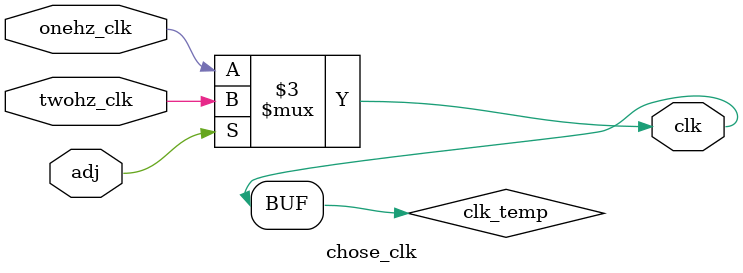
<source format=v>
`timescale 1ns / 1ps


module chose_clk(
//input
onehz_clk,
twohz_clk,
adj,
//output
clk
    );
input onehz_clk;
input twohz_clk;
input adj;
output wire clk;
reg clk_temp;

always @ (*) begin
    if (adj)
        clk_temp = twohz_clk;
    else
        clk_temp = onehz_clk;
end

assign clk = clk_temp;

    
endmodule

</source>
